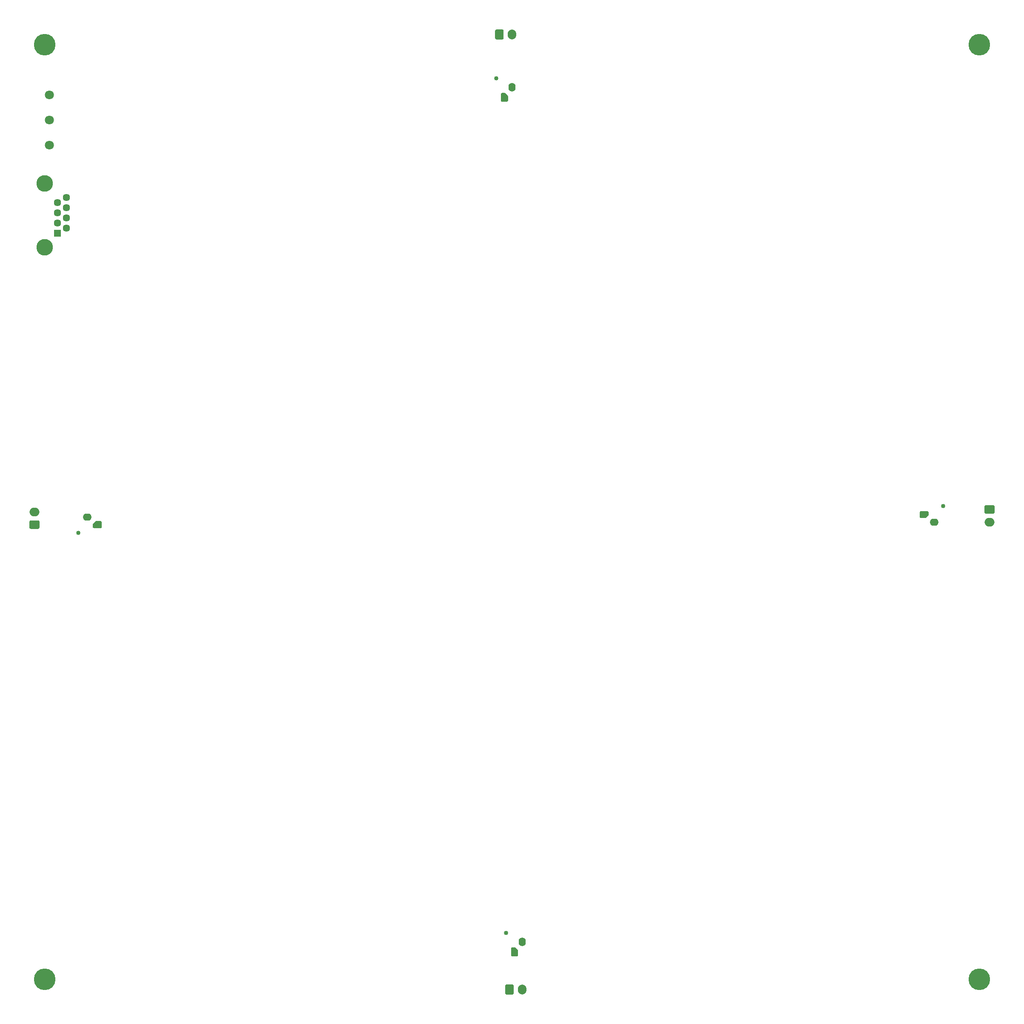
<source format=gbr>
G04 #@! TF.GenerationSoftware,KiCad,Pcbnew,(5.1.7-0-10_14)*
G04 #@! TF.CreationDate,2020-11-21T12:28:25-08:00*
G04 #@! TF.ProjectId,DDR Pad,44445220-5061-4642-9e6b-696361645f70,rev?*
G04 #@! TF.SameCoordinates,Original*
G04 #@! TF.FileFunction,Soldermask,Bot*
G04 #@! TF.FilePolarity,Negative*
%FSLAX46Y46*%
G04 Gerber Fmt 4.6, Leading zero omitted, Abs format (unit mm)*
G04 Created by KiCad (PCBNEW (5.1.7-0-10_14)) date 2020-11-21 12:28:25*
%MOMM*%
%LPD*%
G01*
G04 APERTURE LIST*
%ADD10C,4.300000*%
%ADD11C,1.803400*%
%ADD12C,0.850000*%
%ADD13O,1.750000X1.400000*%
%ADD14C,0.100000*%
%ADD15O,2.000000X1.700000*%
%ADD16O,1.400000X1.750000*%
%ADD17O,1.700000X2.000000*%
%ADD18C,3.302000*%
%ADD19C,1.447800*%
%ADD20R,1.447800X1.447800*%
G04 APERTURE END LIST*
D10*
X7000000Y-7000000D03*
D11*
X8000000Y-27000000D03*
X8000000Y-22000000D03*
X8000000Y-17000000D03*
D10*
X7000000Y-193000000D03*
X193000000Y-193000000D03*
X193000000Y-7000000D03*
D12*
X13700000Y-104150000D03*
D13*
X15500000Y-101000000D03*
D14*
G36*
X16629804Y-102401227D02*
G01*
X16644030Y-102354329D01*
X16667133Y-102311107D01*
X16698223Y-102273223D01*
X17098223Y-101873223D01*
X17136107Y-101842133D01*
X17179329Y-101819030D01*
X17226227Y-101804804D01*
X17275000Y-101800000D01*
X18125000Y-101800000D01*
X18173773Y-101804804D01*
X18220671Y-101819030D01*
X18263893Y-101842133D01*
X18301777Y-101873223D01*
X18332867Y-101911107D01*
X18355970Y-101954329D01*
X18370196Y-102001227D01*
X18375000Y-102050000D01*
X18375000Y-102950000D01*
X18370196Y-102998773D01*
X18355970Y-103045671D01*
X18332867Y-103088893D01*
X18301777Y-103126777D01*
X18263893Y-103157867D01*
X18220671Y-103180970D01*
X18173773Y-103195196D01*
X18125000Y-103200000D01*
X16875000Y-103200000D01*
X16826227Y-103195196D01*
X16779329Y-103180970D01*
X16736107Y-103157867D01*
X16698223Y-103126777D01*
X16667133Y-103088893D01*
X16644030Y-103045671D01*
X16629804Y-102998773D01*
X16625000Y-102950000D01*
X16625000Y-102450000D01*
X16629804Y-102401227D01*
G37*
D15*
X5000000Y-100000000D03*
G36*
G01*
X5750000Y-103350000D02*
X4250000Y-103350000D01*
G75*
G02*
X4000000Y-103100000I0J250000D01*
G01*
X4000000Y-101900000D01*
G75*
G02*
X4250000Y-101650000I250000J0D01*
G01*
X5750000Y-101650000D01*
G75*
G02*
X6000000Y-101900000I0J-250000D01*
G01*
X6000000Y-103100000D01*
G75*
G02*
X5750000Y-103350000I-250000J0D01*
G01*
G37*
D12*
X98850000Y-183700000D03*
D16*
X102000000Y-185500000D03*
D14*
G36*
X100598773Y-186629804D02*
G01*
X100645671Y-186644030D01*
X100688893Y-186667133D01*
X100726777Y-186698223D01*
X101126777Y-187098223D01*
X101157867Y-187136107D01*
X101180970Y-187179329D01*
X101195196Y-187226227D01*
X101200000Y-187275000D01*
X101200000Y-188125000D01*
X101195196Y-188173773D01*
X101180970Y-188220671D01*
X101157867Y-188263893D01*
X101126777Y-188301777D01*
X101088893Y-188332867D01*
X101045671Y-188355970D01*
X100998773Y-188370196D01*
X100950000Y-188375000D01*
X100050000Y-188375000D01*
X100001227Y-188370196D01*
X99954329Y-188355970D01*
X99911107Y-188332867D01*
X99873223Y-188301777D01*
X99842133Y-188263893D01*
X99819030Y-188220671D01*
X99804804Y-188173773D01*
X99800000Y-188125000D01*
X99800000Y-186875000D01*
X99804804Y-186826227D01*
X99819030Y-186779329D01*
X99842133Y-186736107D01*
X99873223Y-186698223D01*
X99911107Y-186667133D01*
X99954329Y-186644030D01*
X100001227Y-186629804D01*
X100050000Y-186625000D01*
X100550000Y-186625000D01*
X100598773Y-186629804D01*
G37*
D17*
X102000000Y-195000000D03*
G36*
G01*
X98650000Y-195750000D02*
X98650000Y-194250000D01*
G75*
G02*
X98900000Y-194000000I250000J0D01*
G01*
X100100000Y-194000000D01*
G75*
G02*
X100350000Y-194250000I0J-250000D01*
G01*
X100350000Y-195750000D01*
G75*
G02*
X100100000Y-196000000I-250000J0D01*
G01*
X98900000Y-196000000D01*
G75*
G02*
X98650000Y-195750000I0J250000D01*
G01*
G37*
D12*
X96850000Y-13700000D03*
D16*
X100000000Y-15500000D03*
D14*
G36*
X98598773Y-16629804D02*
G01*
X98645671Y-16644030D01*
X98688893Y-16667133D01*
X98726777Y-16698223D01*
X99126777Y-17098223D01*
X99157867Y-17136107D01*
X99180970Y-17179329D01*
X99195196Y-17226227D01*
X99200000Y-17275000D01*
X99200000Y-18125000D01*
X99195196Y-18173773D01*
X99180970Y-18220671D01*
X99157867Y-18263893D01*
X99126777Y-18301777D01*
X99088893Y-18332867D01*
X99045671Y-18355970D01*
X98998773Y-18370196D01*
X98950000Y-18375000D01*
X98050000Y-18375000D01*
X98001227Y-18370196D01*
X97954329Y-18355970D01*
X97911107Y-18332867D01*
X97873223Y-18301777D01*
X97842133Y-18263893D01*
X97819030Y-18220671D01*
X97804804Y-18173773D01*
X97800000Y-18125000D01*
X97800000Y-16875000D01*
X97804804Y-16826227D01*
X97819030Y-16779329D01*
X97842133Y-16736107D01*
X97873223Y-16698223D01*
X97911107Y-16667133D01*
X97954329Y-16644030D01*
X98001227Y-16629804D01*
X98050000Y-16625000D01*
X98550000Y-16625000D01*
X98598773Y-16629804D01*
G37*
D17*
X100000000Y-5000000D03*
G36*
G01*
X96650000Y-5750000D02*
X96650000Y-4250000D01*
G75*
G02*
X96900000Y-4000000I250000J0D01*
G01*
X98100000Y-4000000D01*
G75*
G02*
X98350000Y-4250000I0J-250000D01*
G01*
X98350000Y-5750000D01*
G75*
G02*
X98100000Y-6000000I-250000J0D01*
G01*
X96900000Y-6000000D01*
G75*
G02*
X96650000Y-5750000I0J250000D01*
G01*
G37*
D12*
X185800000Y-98850000D03*
D13*
X184000000Y-102000000D03*
D14*
G36*
X182870196Y-100598773D02*
G01*
X182855970Y-100645671D01*
X182832867Y-100688893D01*
X182801777Y-100726777D01*
X182401777Y-101126777D01*
X182363893Y-101157867D01*
X182320671Y-101180970D01*
X182273773Y-101195196D01*
X182225000Y-101200000D01*
X181375000Y-101200000D01*
X181326227Y-101195196D01*
X181279329Y-101180970D01*
X181236107Y-101157867D01*
X181198223Y-101126777D01*
X181167133Y-101088893D01*
X181144030Y-101045671D01*
X181129804Y-100998773D01*
X181125000Y-100950000D01*
X181125000Y-100050000D01*
X181129804Y-100001227D01*
X181144030Y-99954329D01*
X181167133Y-99911107D01*
X181198223Y-99873223D01*
X181236107Y-99842133D01*
X181279329Y-99819030D01*
X181326227Y-99804804D01*
X181375000Y-99800000D01*
X182625000Y-99800000D01*
X182673773Y-99804804D01*
X182720671Y-99819030D01*
X182763893Y-99842133D01*
X182801777Y-99873223D01*
X182832867Y-99911107D01*
X182855970Y-99954329D01*
X182870196Y-100001227D01*
X182875000Y-100050000D01*
X182875000Y-100550000D01*
X182870196Y-100598773D01*
G37*
D15*
X195000000Y-102000000D03*
G36*
G01*
X194250000Y-98650000D02*
X195750000Y-98650000D01*
G75*
G02*
X196000000Y-98900000I0J-250000D01*
G01*
X196000000Y-100100000D01*
G75*
G02*
X195750000Y-100350000I-250000J0D01*
G01*
X194250000Y-100350000D01*
G75*
G02*
X194000000Y-100100000I0J250000D01*
G01*
X194000000Y-98900000D01*
G75*
G02*
X194250000Y-98650000I250000J0D01*
G01*
G37*
D18*
X7000000Y-47350000D03*
X7000000Y-34650000D03*
D19*
X11318000Y-37444000D03*
X9540000Y-38460000D03*
X11318000Y-39476000D03*
X9540000Y-40492000D03*
X11318000Y-41508000D03*
X9540000Y-42524000D03*
X11318000Y-43540000D03*
D20*
X9540000Y-44556000D03*
M02*

</source>
